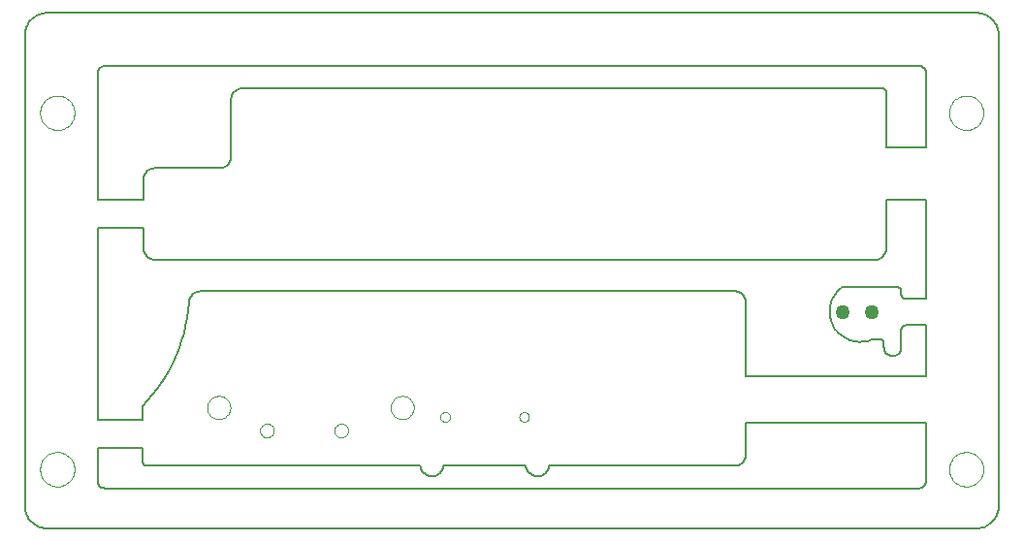
<source format=gbp>
G75*
G70*
%OFA0B0*%
%FSLAX24Y24*%
%IPPOS*%
%LPD*%
%AMOC8*
5,1,8,0,0,1.08239X$1,22.5*
%
%ADD10C,0.0050*%
%ADD11C,0.0000*%
%ADD12C,0.0500*%
D10*
X001677Y000927D02*
X033631Y000927D01*
X033630Y000927D02*
X033684Y000929D01*
X033738Y000934D01*
X033791Y000943D01*
X033844Y000956D01*
X033895Y000973D01*
X033945Y000993D01*
X033993Y001017D01*
X034040Y001044D01*
X034085Y001075D01*
X034127Y001108D01*
X034167Y001145D01*
X034204Y001184D01*
X034238Y001226D01*
X034269Y001270D01*
X034297Y001316D01*
X034321Y001364D01*
X034342Y001414D01*
X034360Y001465D01*
X034374Y001517D01*
X034384Y001570D01*
X034390Y001624D01*
X034392Y001677D01*
X034392Y017896D01*
X034392Y017895D02*
X034390Y017949D01*
X034383Y018003D01*
X034373Y018056D01*
X034360Y018108D01*
X034342Y018159D01*
X034321Y018209D01*
X034297Y018257D01*
X034269Y018303D01*
X034237Y018347D01*
X034203Y018388D01*
X034166Y018427D01*
X034126Y018464D01*
X034084Y018497D01*
X034040Y018528D01*
X033993Y018555D01*
X033945Y018578D01*
X033895Y018599D01*
X033843Y018615D01*
X033791Y018628D01*
X033738Y018637D01*
X033684Y018643D01*
X033631Y018644D01*
X001677Y018644D01*
X001624Y018642D01*
X001570Y018637D01*
X001518Y018627D01*
X001466Y018614D01*
X001415Y018597D01*
X001366Y018577D01*
X001318Y018553D01*
X001272Y018526D01*
X001228Y018495D01*
X001186Y018462D01*
X001147Y018425D01*
X001111Y018386D01*
X001077Y018345D01*
X001046Y018301D01*
X001019Y018255D01*
X000995Y018207D01*
X000975Y018158D01*
X000958Y018107D01*
X000944Y018055D01*
X000935Y018003D01*
X000929Y017949D01*
X000927Y017896D01*
X000927Y001677D01*
X000929Y001623D01*
X000935Y001570D01*
X000944Y001518D01*
X000957Y001466D01*
X000974Y001415D01*
X000995Y001365D01*
X001019Y001318D01*
X001046Y001272D01*
X001077Y001228D01*
X001110Y001186D01*
X001147Y001147D01*
X001186Y001110D01*
X001228Y001077D01*
X001272Y001046D01*
X001318Y001019D01*
X001365Y000995D01*
X001415Y000974D01*
X001466Y000957D01*
X001518Y000944D01*
X001570Y000935D01*
X001623Y000929D01*
X001677Y000927D01*
X003677Y002305D02*
X031642Y002305D01*
X031672Y002307D01*
X031702Y002312D01*
X031731Y002321D01*
X031758Y002334D01*
X031784Y002349D01*
X031808Y002368D01*
X031829Y002389D01*
X031848Y002413D01*
X031863Y002439D01*
X031876Y002466D01*
X031885Y002495D01*
X031890Y002525D01*
X031892Y002555D01*
X031892Y004570D01*
X025710Y004570D01*
X025710Y003477D01*
X025708Y003438D01*
X025702Y003399D01*
X025693Y003361D01*
X025680Y003324D01*
X025663Y003288D01*
X025643Y003255D01*
X025619Y003223D01*
X025593Y003194D01*
X025564Y003168D01*
X025532Y003144D01*
X025499Y003124D01*
X025463Y003107D01*
X025426Y003094D01*
X025388Y003085D01*
X025349Y003079D01*
X025310Y003077D01*
X018928Y003077D01*
X018928Y003078D02*
X018923Y003039D01*
X018914Y003001D01*
X018901Y002964D01*
X018885Y002929D01*
X018865Y002895D01*
X018842Y002863D01*
X018816Y002834D01*
X018787Y002808D01*
X018756Y002785D01*
X018722Y002764D01*
X018687Y002748D01*
X018650Y002734D01*
X018613Y002725D01*
X018574Y002719D01*
X018535Y002717D01*
X018496Y002719D01*
X018457Y002725D01*
X018420Y002734D01*
X018383Y002748D01*
X018348Y002764D01*
X018314Y002785D01*
X018283Y002808D01*
X018254Y002834D01*
X018228Y002863D01*
X018205Y002895D01*
X018185Y002929D01*
X018169Y002964D01*
X018156Y003001D01*
X018147Y003039D01*
X018142Y003078D01*
X018141Y003077D02*
X015298Y003077D01*
X015298Y003078D02*
X015293Y003039D01*
X015284Y003001D01*
X015271Y002964D01*
X015255Y002929D01*
X015235Y002895D01*
X015212Y002863D01*
X015186Y002834D01*
X015157Y002808D01*
X015126Y002785D01*
X015092Y002764D01*
X015057Y002748D01*
X015020Y002734D01*
X014983Y002725D01*
X014944Y002719D01*
X014905Y002717D01*
X014866Y002719D01*
X014827Y002725D01*
X014790Y002734D01*
X014753Y002748D01*
X014718Y002764D01*
X014684Y002785D01*
X014653Y002808D01*
X014624Y002834D01*
X014598Y002863D01*
X014575Y002895D01*
X014555Y002929D01*
X014539Y002964D01*
X014526Y003001D01*
X014517Y003039D01*
X014512Y003078D01*
X014511Y003077D02*
X005110Y003077D01*
X005085Y003082D01*
X005062Y003091D01*
X005039Y003103D01*
X005019Y003118D01*
X005001Y003136D01*
X004986Y003156D01*
X004974Y003178D01*
X004965Y003202D01*
X004960Y003227D01*
X004958Y003252D01*
X004960Y003277D01*
X004960Y003683D01*
X003427Y003683D01*
X003427Y002527D01*
X003431Y002499D01*
X003438Y002471D01*
X003448Y002444D01*
X003461Y002419D01*
X003477Y002396D01*
X003496Y002374D01*
X003517Y002355D01*
X003541Y002339D01*
X003566Y002326D01*
X003593Y002316D01*
X003620Y002309D01*
X003648Y002305D01*
X003677Y002305D01*
X003427Y004671D02*
X004960Y004671D01*
X004960Y005127D01*
X003427Y004671D02*
X003427Y011245D01*
X004994Y011245D01*
X004994Y010564D01*
X004996Y010525D01*
X005002Y010486D01*
X005011Y010448D01*
X005024Y010411D01*
X005041Y010375D01*
X005061Y010342D01*
X005085Y010310D01*
X005111Y010281D01*
X005140Y010255D01*
X005172Y010231D01*
X005205Y010211D01*
X005241Y010194D01*
X005278Y010181D01*
X005316Y010172D01*
X005355Y010166D01*
X005394Y010164D01*
X030138Y010164D01*
X030177Y010166D01*
X030216Y010172D01*
X030254Y010181D01*
X030291Y010194D01*
X030327Y010211D01*
X030360Y010231D01*
X030392Y010255D01*
X030421Y010281D01*
X030447Y010310D01*
X030471Y010342D01*
X030491Y010375D01*
X030508Y010411D01*
X030521Y010448D01*
X030530Y010486D01*
X030536Y010525D01*
X030538Y010564D01*
X030538Y012220D01*
X031892Y012220D01*
X031892Y008810D01*
X031192Y008810D01*
X031169Y008814D01*
X031147Y008821D01*
X031126Y008831D01*
X031107Y008844D01*
X031090Y008860D01*
X031076Y008878D01*
X031064Y008898D01*
X031055Y008919D01*
X031049Y008941D01*
X031046Y008964D01*
X031047Y008987D01*
X031046Y008988D02*
X031046Y009050D01*
X031046Y009073D01*
X031042Y009096D01*
X031036Y009118D01*
X031026Y009139D01*
X031014Y009158D01*
X030999Y009175D01*
X030981Y009190D01*
X030962Y009203D01*
X030941Y009212D01*
X030919Y009218D01*
X030896Y009222D01*
X029019Y009222D01*
X028969Y009184D01*
X028921Y009143D01*
X028876Y009099D01*
X028834Y009053D01*
X028794Y009004D01*
X028758Y008952D01*
X028725Y008899D01*
X028695Y008844D01*
X028668Y008787D01*
X028645Y008728D01*
X028626Y008668D01*
X028610Y008607D01*
X028598Y008546D01*
X028589Y008483D01*
X028585Y008420D01*
X028584Y008358D01*
X028587Y008295D01*
X028594Y008232D01*
X028605Y008170D01*
X028619Y008109D01*
X028637Y008049D01*
X028659Y007990D01*
X028684Y007932D01*
X028713Y007876D01*
X028745Y007822D01*
X028780Y007770D01*
X028818Y007720D01*
X028859Y007672D01*
X028904Y007627D01*
X028950Y007585D01*
X028999Y007546D01*
X029051Y007510D01*
X029104Y007477D01*
X029160Y007447D01*
X029217Y007421D01*
X029275Y007398D01*
X029335Y007379D01*
X029396Y007363D01*
X029458Y007351D01*
X029520Y007343D01*
X029583Y007339D01*
X029646Y007338D01*
X029709Y007342D01*
X029771Y007349D01*
X029833Y007360D01*
X029895Y007374D01*
X029955Y007392D01*
X030014Y007414D01*
X030071Y007440D01*
X030267Y007440D01*
X030293Y007438D01*
X030318Y007433D01*
X030342Y007424D01*
X030364Y007411D01*
X030385Y007396D01*
X030403Y007378D01*
X030418Y007357D01*
X030431Y007335D01*
X030440Y007311D01*
X030445Y007286D01*
X030447Y007260D01*
X030447Y007147D01*
X030448Y007147D02*
X030450Y007114D01*
X030455Y007080D01*
X030465Y007048D01*
X030478Y007017D01*
X030494Y006988D01*
X030513Y006961D01*
X030536Y006936D01*
X030561Y006913D01*
X030588Y006894D01*
X030617Y006878D01*
X030648Y006865D01*
X030680Y006855D01*
X030714Y006850D01*
X030747Y006848D01*
X030780Y006850D01*
X030814Y006855D01*
X030846Y006865D01*
X030877Y006878D01*
X030906Y006894D01*
X030933Y006913D01*
X030958Y006936D01*
X030981Y006961D01*
X031000Y006988D01*
X031016Y007017D01*
X031029Y007048D01*
X031039Y007080D01*
X031044Y007114D01*
X031046Y007147D01*
X031046Y007761D01*
X031047Y007761D02*
X031050Y007784D01*
X031057Y007806D01*
X031067Y007827D01*
X031080Y007847D01*
X031095Y007864D01*
X031113Y007879D01*
X031133Y007891D01*
X031154Y007901D01*
X031177Y007907D01*
X031200Y007910D01*
X031223Y007909D01*
X031223Y007910D02*
X031892Y007910D01*
X031892Y006158D01*
X025710Y006158D01*
X025710Y008677D01*
X025708Y008716D01*
X025702Y008755D01*
X025693Y008793D01*
X025680Y008830D01*
X025663Y008866D01*
X025643Y008899D01*
X025619Y008931D01*
X025593Y008960D01*
X025564Y008986D01*
X025532Y009010D01*
X025499Y009030D01*
X025463Y009047D01*
X025426Y009060D01*
X025388Y009069D01*
X025349Y009075D01*
X025310Y009077D01*
X006960Y009077D01*
X006921Y009075D01*
X006882Y009069D01*
X006844Y009060D01*
X006807Y009047D01*
X006771Y009030D01*
X006738Y009010D01*
X006706Y008986D01*
X006677Y008960D01*
X006651Y008931D01*
X006627Y008899D01*
X006607Y008866D01*
X006590Y008830D01*
X006577Y008793D01*
X006568Y008755D01*
X006562Y008716D01*
X006560Y008677D01*
X006534Y008413D01*
X006496Y008151D01*
X006446Y007891D01*
X006384Y007633D01*
X006310Y007379D01*
X006224Y007129D01*
X006126Y006882D01*
X006017Y006641D01*
X005897Y006404D01*
X005767Y006174D01*
X005625Y005950D01*
X005473Y005733D01*
X005312Y005523D01*
X005141Y005321D01*
X004960Y005127D01*
X004994Y012233D02*
X003427Y012233D01*
X003427Y016586D01*
X003429Y016616D01*
X003434Y016646D01*
X003443Y016675D01*
X003456Y016702D01*
X003471Y016728D01*
X003490Y016752D01*
X003511Y016773D01*
X003535Y016792D01*
X003561Y016807D01*
X003588Y016820D01*
X003617Y016829D01*
X003647Y016834D01*
X003677Y016836D01*
X031642Y016836D01*
X031672Y016834D01*
X031702Y016829D01*
X031731Y016820D01*
X031758Y016807D01*
X031784Y016792D01*
X031808Y016773D01*
X031829Y016752D01*
X031848Y016728D01*
X031863Y016702D01*
X031876Y016675D01*
X031885Y016646D01*
X031890Y016616D01*
X031892Y016586D01*
X031892Y014008D01*
X030538Y014008D01*
X030538Y015914D01*
X030536Y015937D01*
X030531Y015960D01*
X030522Y015982D01*
X030509Y016002D01*
X030494Y016020D01*
X030476Y016035D01*
X030456Y016048D01*
X030434Y016057D01*
X030411Y016062D01*
X030388Y016064D01*
X008410Y016064D01*
X008371Y016062D01*
X008332Y016056D01*
X008294Y016047D01*
X008257Y016034D01*
X008221Y016017D01*
X008188Y015997D01*
X008156Y015973D01*
X008127Y015947D01*
X008101Y015918D01*
X008077Y015886D01*
X008057Y015853D01*
X008040Y015817D01*
X008027Y015780D01*
X008018Y015742D01*
X008012Y015703D01*
X008010Y015664D01*
X008010Y013714D01*
X008008Y013675D01*
X008002Y013636D01*
X007993Y013598D01*
X007980Y013561D01*
X007963Y013525D01*
X007943Y013492D01*
X007919Y013460D01*
X007893Y013431D01*
X007864Y013405D01*
X007832Y013381D01*
X007799Y013361D01*
X007763Y013344D01*
X007726Y013331D01*
X007688Y013322D01*
X007649Y013316D01*
X007610Y013314D01*
X005394Y013314D01*
X005355Y013312D01*
X005316Y013306D01*
X005278Y013297D01*
X005241Y013284D01*
X005205Y013267D01*
X005172Y013247D01*
X005140Y013223D01*
X005111Y013197D01*
X005085Y013168D01*
X005061Y013136D01*
X005041Y013103D01*
X005024Y013067D01*
X005011Y013030D01*
X005002Y012992D01*
X004996Y012953D01*
X004994Y012914D01*
X004994Y012233D01*
D11*
X001440Y015215D02*
X001442Y015263D01*
X001448Y015311D01*
X001458Y015358D01*
X001471Y015404D01*
X001489Y015449D01*
X001509Y015493D01*
X001534Y015535D01*
X001562Y015574D01*
X001592Y015611D01*
X001626Y015645D01*
X001663Y015677D01*
X001701Y015706D01*
X001742Y015731D01*
X001785Y015753D01*
X001830Y015771D01*
X001876Y015785D01*
X001923Y015796D01*
X001971Y015803D01*
X002019Y015806D01*
X002067Y015805D01*
X002115Y015800D01*
X002163Y015791D01*
X002209Y015779D01*
X002254Y015762D01*
X002298Y015742D01*
X002340Y015719D01*
X002380Y015692D01*
X002418Y015662D01*
X002453Y015629D01*
X002485Y015593D01*
X002515Y015555D01*
X002541Y015514D01*
X002563Y015471D01*
X002583Y015427D01*
X002598Y015382D01*
X002610Y015335D01*
X002618Y015287D01*
X002622Y015239D01*
X002622Y015191D01*
X002618Y015143D01*
X002610Y015095D01*
X002598Y015048D01*
X002583Y015003D01*
X002563Y014959D01*
X002541Y014916D01*
X002515Y014875D01*
X002485Y014837D01*
X002453Y014801D01*
X002418Y014768D01*
X002380Y014738D01*
X002340Y014711D01*
X002298Y014688D01*
X002254Y014668D01*
X002209Y014651D01*
X002163Y014639D01*
X002115Y014630D01*
X002067Y014625D01*
X002019Y014624D01*
X001971Y014627D01*
X001923Y014634D01*
X001876Y014645D01*
X001830Y014659D01*
X001785Y014677D01*
X001742Y014699D01*
X001701Y014724D01*
X001663Y014753D01*
X001626Y014785D01*
X001592Y014819D01*
X001562Y014856D01*
X001534Y014895D01*
X001509Y014937D01*
X001489Y014981D01*
X001471Y015026D01*
X001458Y015072D01*
X001448Y015119D01*
X001442Y015167D01*
X001440Y015215D01*
X007182Y005080D02*
X007184Y005120D01*
X007190Y005159D01*
X007200Y005198D01*
X007213Y005235D01*
X007231Y005271D01*
X007252Y005305D01*
X007276Y005337D01*
X007303Y005366D01*
X007333Y005393D01*
X007365Y005416D01*
X007400Y005436D01*
X007436Y005452D01*
X007474Y005465D01*
X007513Y005474D01*
X007552Y005479D01*
X007592Y005480D01*
X007632Y005477D01*
X007671Y005470D01*
X007709Y005459D01*
X007747Y005445D01*
X007782Y005426D01*
X007815Y005405D01*
X007847Y005380D01*
X007875Y005352D01*
X007901Y005322D01*
X007923Y005289D01*
X007942Y005254D01*
X007958Y005217D01*
X007970Y005179D01*
X007978Y005140D01*
X007982Y005100D01*
X007982Y005060D01*
X007978Y005020D01*
X007970Y004981D01*
X007958Y004943D01*
X007942Y004906D01*
X007923Y004871D01*
X007901Y004838D01*
X007875Y004808D01*
X007847Y004780D01*
X007815Y004755D01*
X007782Y004734D01*
X007747Y004715D01*
X007709Y004701D01*
X007671Y004690D01*
X007632Y004683D01*
X007592Y004680D01*
X007552Y004681D01*
X007513Y004686D01*
X007474Y004695D01*
X007436Y004708D01*
X007400Y004724D01*
X007365Y004744D01*
X007333Y004767D01*
X007303Y004794D01*
X007276Y004823D01*
X007252Y004855D01*
X007231Y004889D01*
X007213Y004925D01*
X007200Y004962D01*
X007190Y005001D01*
X007184Y005040D01*
X007182Y005080D01*
X009001Y004288D02*
X009003Y004318D01*
X009009Y004348D01*
X009018Y004377D01*
X009031Y004404D01*
X009048Y004429D01*
X009067Y004452D01*
X009090Y004473D01*
X009115Y004490D01*
X009141Y004504D01*
X009170Y004514D01*
X009199Y004521D01*
X009229Y004524D01*
X009260Y004523D01*
X009290Y004518D01*
X009319Y004509D01*
X009346Y004497D01*
X009372Y004482D01*
X009396Y004463D01*
X009417Y004441D01*
X009435Y004417D01*
X009450Y004390D01*
X009461Y004362D01*
X009469Y004333D01*
X009473Y004303D01*
X009473Y004273D01*
X009469Y004243D01*
X009461Y004214D01*
X009450Y004186D01*
X009435Y004159D01*
X009417Y004135D01*
X009396Y004113D01*
X009372Y004094D01*
X009346Y004079D01*
X009319Y004067D01*
X009290Y004058D01*
X009260Y004053D01*
X009229Y004052D01*
X009199Y004055D01*
X009170Y004062D01*
X009141Y004072D01*
X009115Y004086D01*
X009090Y004103D01*
X009067Y004124D01*
X009048Y004147D01*
X009031Y004172D01*
X009018Y004199D01*
X009009Y004228D01*
X009003Y004258D01*
X009001Y004288D01*
X011560Y004288D02*
X011562Y004318D01*
X011568Y004348D01*
X011577Y004377D01*
X011590Y004404D01*
X011607Y004429D01*
X011626Y004452D01*
X011649Y004473D01*
X011674Y004490D01*
X011700Y004504D01*
X011729Y004514D01*
X011758Y004521D01*
X011788Y004524D01*
X011819Y004523D01*
X011849Y004518D01*
X011878Y004509D01*
X011905Y004497D01*
X011931Y004482D01*
X011955Y004463D01*
X011976Y004441D01*
X011994Y004417D01*
X012009Y004390D01*
X012020Y004362D01*
X012028Y004333D01*
X012032Y004303D01*
X012032Y004273D01*
X012028Y004243D01*
X012020Y004214D01*
X012009Y004186D01*
X011994Y004159D01*
X011976Y004135D01*
X011955Y004113D01*
X011931Y004094D01*
X011905Y004079D01*
X011878Y004067D01*
X011849Y004058D01*
X011819Y004053D01*
X011788Y004052D01*
X011758Y004055D01*
X011729Y004062D01*
X011700Y004072D01*
X011674Y004086D01*
X011649Y004103D01*
X011626Y004124D01*
X011607Y004147D01*
X011590Y004172D01*
X011577Y004199D01*
X011568Y004228D01*
X011562Y004258D01*
X011560Y004288D01*
X013487Y005080D02*
X013489Y005120D01*
X013495Y005159D01*
X013505Y005198D01*
X013518Y005235D01*
X013536Y005271D01*
X013557Y005305D01*
X013581Y005337D01*
X013608Y005366D01*
X013638Y005393D01*
X013670Y005416D01*
X013705Y005436D01*
X013741Y005452D01*
X013779Y005465D01*
X013818Y005474D01*
X013857Y005479D01*
X013897Y005480D01*
X013937Y005477D01*
X013976Y005470D01*
X014014Y005459D01*
X014052Y005445D01*
X014087Y005426D01*
X014120Y005405D01*
X014152Y005380D01*
X014180Y005352D01*
X014206Y005322D01*
X014228Y005289D01*
X014247Y005254D01*
X014263Y005217D01*
X014275Y005179D01*
X014283Y005140D01*
X014287Y005100D01*
X014287Y005060D01*
X014283Y005020D01*
X014275Y004981D01*
X014263Y004943D01*
X014247Y004906D01*
X014228Y004871D01*
X014206Y004838D01*
X014180Y004808D01*
X014152Y004780D01*
X014120Y004755D01*
X014087Y004734D01*
X014052Y004715D01*
X014014Y004701D01*
X013976Y004690D01*
X013937Y004683D01*
X013897Y004680D01*
X013857Y004681D01*
X013818Y004686D01*
X013779Y004695D01*
X013741Y004708D01*
X013705Y004724D01*
X013670Y004744D01*
X013638Y004767D01*
X013608Y004794D01*
X013581Y004823D01*
X013557Y004855D01*
X013536Y004889D01*
X013518Y004925D01*
X013505Y004962D01*
X013495Y005001D01*
X013489Y005040D01*
X013487Y005080D01*
X015196Y004757D02*
X015198Y004782D01*
X015204Y004807D01*
X015213Y004830D01*
X015226Y004852D01*
X015242Y004871D01*
X015261Y004888D01*
X015282Y004902D01*
X015305Y004912D01*
X015330Y004919D01*
X015355Y004922D01*
X015380Y004921D01*
X015405Y004916D01*
X015428Y004908D01*
X015451Y004895D01*
X015471Y004880D01*
X015488Y004862D01*
X015503Y004841D01*
X015514Y004819D01*
X015522Y004795D01*
X015526Y004770D01*
X015526Y004744D01*
X015522Y004719D01*
X015514Y004695D01*
X015503Y004673D01*
X015488Y004652D01*
X015471Y004634D01*
X015451Y004619D01*
X015428Y004606D01*
X015405Y004598D01*
X015380Y004593D01*
X015355Y004592D01*
X015330Y004595D01*
X015305Y004602D01*
X015282Y004612D01*
X015261Y004626D01*
X015242Y004643D01*
X015226Y004662D01*
X015213Y004684D01*
X015204Y004707D01*
X015198Y004732D01*
X015196Y004757D01*
X017913Y004757D02*
X017915Y004782D01*
X017921Y004807D01*
X017930Y004830D01*
X017943Y004852D01*
X017959Y004871D01*
X017978Y004888D01*
X017999Y004902D01*
X018022Y004912D01*
X018047Y004919D01*
X018072Y004922D01*
X018097Y004921D01*
X018122Y004916D01*
X018145Y004908D01*
X018168Y004895D01*
X018188Y004880D01*
X018205Y004862D01*
X018220Y004841D01*
X018231Y004819D01*
X018239Y004795D01*
X018243Y004770D01*
X018243Y004744D01*
X018239Y004719D01*
X018231Y004695D01*
X018220Y004673D01*
X018205Y004652D01*
X018188Y004634D01*
X018168Y004619D01*
X018145Y004606D01*
X018122Y004598D01*
X018097Y004593D01*
X018072Y004592D01*
X018047Y004595D01*
X018022Y004602D01*
X017999Y004612D01*
X017978Y004626D01*
X017959Y004643D01*
X017943Y004662D01*
X017930Y004684D01*
X017921Y004707D01*
X017915Y004732D01*
X017913Y004757D01*
X032687Y002959D02*
X032689Y003007D01*
X032695Y003055D01*
X032705Y003102D01*
X032718Y003148D01*
X032736Y003193D01*
X032756Y003237D01*
X032781Y003279D01*
X032809Y003318D01*
X032839Y003355D01*
X032873Y003389D01*
X032910Y003421D01*
X032948Y003450D01*
X032989Y003475D01*
X033032Y003497D01*
X033077Y003515D01*
X033123Y003529D01*
X033170Y003540D01*
X033218Y003547D01*
X033266Y003550D01*
X033314Y003549D01*
X033362Y003544D01*
X033410Y003535D01*
X033456Y003523D01*
X033501Y003506D01*
X033545Y003486D01*
X033587Y003463D01*
X033627Y003436D01*
X033665Y003406D01*
X033700Y003373D01*
X033732Y003337D01*
X033762Y003299D01*
X033788Y003258D01*
X033810Y003215D01*
X033830Y003171D01*
X033845Y003126D01*
X033857Y003079D01*
X033865Y003031D01*
X033869Y002983D01*
X033869Y002935D01*
X033865Y002887D01*
X033857Y002839D01*
X033845Y002792D01*
X033830Y002747D01*
X033810Y002703D01*
X033788Y002660D01*
X033762Y002619D01*
X033732Y002581D01*
X033700Y002545D01*
X033665Y002512D01*
X033627Y002482D01*
X033587Y002455D01*
X033545Y002432D01*
X033501Y002412D01*
X033456Y002395D01*
X033410Y002383D01*
X033362Y002374D01*
X033314Y002369D01*
X033266Y002368D01*
X033218Y002371D01*
X033170Y002378D01*
X033123Y002389D01*
X033077Y002403D01*
X033032Y002421D01*
X032989Y002443D01*
X032948Y002468D01*
X032910Y002497D01*
X032873Y002529D01*
X032839Y002563D01*
X032809Y002600D01*
X032781Y002639D01*
X032756Y002681D01*
X032736Y002725D01*
X032718Y002770D01*
X032705Y002816D01*
X032695Y002863D01*
X032689Y002911D01*
X032687Y002959D01*
X032687Y015215D02*
X032689Y015263D01*
X032695Y015311D01*
X032705Y015358D01*
X032718Y015404D01*
X032736Y015449D01*
X032756Y015493D01*
X032781Y015535D01*
X032809Y015574D01*
X032839Y015611D01*
X032873Y015645D01*
X032910Y015677D01*
X032948Y015706D01*
X032989Y015731D01*
X033032Y015753D01*
X033077Y015771D01*
X033123Y015785D01*
X033170Y015796D01*
X033218Y015803D01*
X033266Y015806D01*
X033314Y015805D01*
X033362Y015800D01*
X033410Y015791D01*
X033456Y015779D01*
X033501Y015762D01*
X033545Y015742D01*
X033587Y015719D01*
X033627Y015692D01*
X033665Y015662D01*
X033700Y015629D01*
X033732Y015593D01*
X033762Y015555D01*
X033788Y015514D01*
X033810Y015471D01*
X033830Y015427D01*
X033845Y015382D01*
X033857Y015335D01*
X033865Y015287D01*
X033869Y015239D01*
X033869Y015191D01*
X033865Y015143D01*
X033857Y015095D01*
X033845Y015048D01*
X033830Y015003D01*
X033810Y014959D01*
X033788Y014916D01*
X033762Y014875D01*
X033732Y014837D01*
X033700Y014801D01*
X033665Y014768D01*
X033627Y014738D01*
X033587Y014711D01*
X033545Y014688D01*
X033501Y014668D01*
X033456Y014651D01*
X033410Y014639D01*
X033362Y014630D01*
X033314Y014625D01*
X033266Y014624D01*
X033218Y014627D01*
X033170Y014634D01*
X033123Y014645D01*
X033077Y014659D01*
X033032Y014677D01*
X032989Y014699D01*
X032948Y014724D01*
X032910Y014753D01*
X032873Y014785D01*
X032839Y014819D01*
X032809Y014856D01*
X032781Y014895D01*
X032756Y014937D01*
X032736Y014981D01*
X032718Y015026D01*
X032705Y015072D01*
X032695Y015119D01*
X032689Y015167D01*
X032687Y015215D01*
X001440Y002959D02*
X001442Y003007D01*
X001448Y003055D01*
X001458Y003102D01*
X001471Y003148D01*
X001489Y003193D01*
X001509Y003237D01*
X001534Y003279D01*
X001562Y003318D01*
X001592Y003355D01*
X001626Y003389D01*
X001663Y003421D01*
X001701Y003450D01*
X001742Y003475D01*
X001785Y003497D01*
X001830Y003515D01*
X001876Y003529D01*
X001923Y003540D01*
X001971Y003547D01*
X002019Y003550D01*
X002067Y003549D01*
X002115Y003544D01*
X002163Y003535D01*
X002209Y003523D01*
X002254Y003506D01*
X002298Y003486D01*
X002340Y003463D01*
X002380Y003436D01*
X002418Y003406D01*
X002453Y003373D01*
X002485Y003337D01*
X002515Y003299D01*
X002541Y003258D01*
X002563Y003215D01*
X002583Y003171D01*
X002598Y003126D01*
X002610Y003079D01*
X002618Y003031D01*
X002622Y002983D01*
X002622Y002935D01*
X002618Y002887D01*
X002610Y002839D01*
X002598Y002792D01*
X002583Y002747D01*
X002563Y002703D01*
X002541Y002660D01*
X002515Y002619D01*
X002485Y002581D01*
X002453Y002545D01*
X002418Y002512D01*
X002380Y002482D01*
X002340Y002455D01*
X002298Y002432D01*
X002254Y002412D01*
X002209Y002395D01*
X002163Y002383D01*
X002115Y002374D01*
X002067Y002369D01*
X002019Y002368D01*
X001971Y002371D01*
X001923Y002378D01*
X001876Y002389D01*
X001830Y002403D01*
X001785Y002421D01*
X001742Y002443D01*
X001701Y002468D01*
X001663Y002497D01*
X001626Y002529D01*
X001592Y002563D01*
X001562Y002600D01*
X001534Y002639D01*
X001509Y002681D01*
X001489Y002725D01*
X001471Y002770D01*
X001458Y002816D01*
X001448Y002863D01*
X001442Y002911D01*
X001440Y002959D01*
D12*
X029046Y008352D03*
X030046Y008352D03*
M02*

</source>
